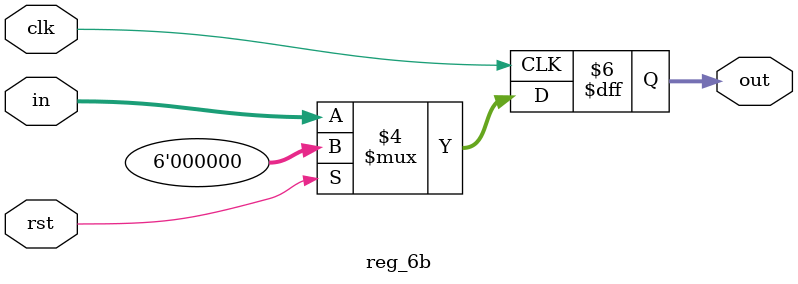
<source format=v>
module reg_6b
(
    input wire clk,
    input wire [5:0]in,
    input wire rst,
    output reg [5:0]out
);
always@(posedge clk) // clock sincronizeaza actiunile circuitului
begin    // doar pe edge-ul pozitiv circuitul actioneaza
    if(rst == 1)
    	begin
    	out <= 0;
    	end
    else
		begin
			out <= in;
		end
end
endmodule
</source>
